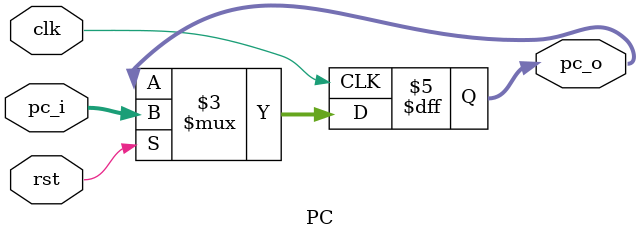
<source format=v>
module PC (
    input clk,
    input rst,
    input [31:0] pc_i,
    output reg [31:0] pc_o
);

    // TODO: implement your program counter here
    always @(posedge clk, negedge rst) begin
        if (~rst) pc_o <= pc_o;
        else pc_o <= pc_i;
    end
    
endmodule


</source>
